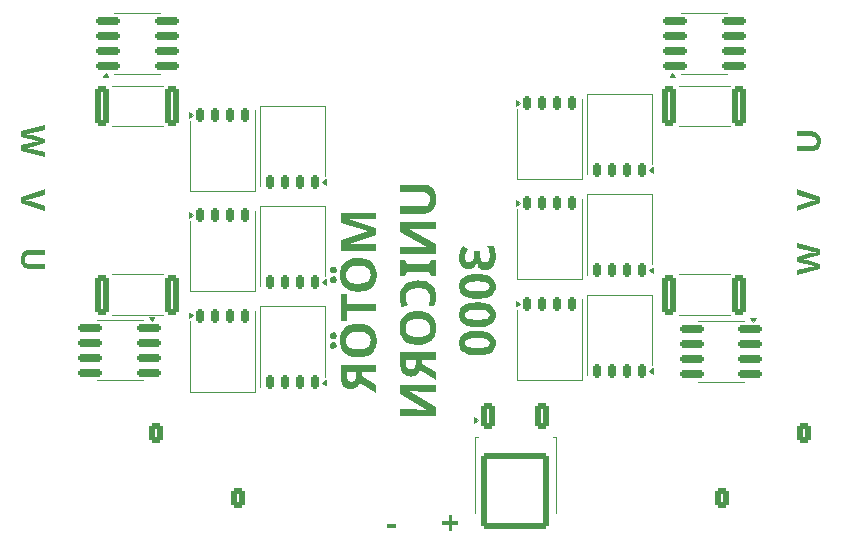
<source format=gbr>
%TF.GenerationSoftware,KiCad,Pcbnew,8.0.2*%
%TF.CreationDate,2024-05-05T14:41:11+02:00*%
%TF.ProjectId,motor_unicorn,6d6f746f-725f-4756-9e69-636f726e2e6b,rev?*%
%TF.SameCoordinates,Original*%
%TF.FileFunction,Legend,Bot*%
%TF.FilePolarity,Positive*%
%FSLAX46Y46*%
G04 Gerber Fmt 4.6, Leading zero omitted, Abs format (unit mm)*
G04 Created by KiCad (PCBNEW 8.0.2) date 2024-05-05 14:41:11*
%MOMM*%
%LPD*%
G01*
G04 APERTURE LIST*
G04 Aperture macros list*
%AMRoundRect*
0 Rectangle with rounded corners*
0 $1 Rounding radius*
0 $2 $3 $4 $5 $6 $7 $8 $9 X,Y pos of 4 corners*
0 Add a 4 corners polygon primitive as box body*
4,1,4,$2,$3,$4,$5,$6,$7,$8,$9,$2,$3,0*
0 Add four circle primitives for the rounded corners*
1,1,$1+$1,$2,$3*
1,1,$1+$1,$4,$5*
1,1,$1+$1,$6,$7*
1,1,$1+$1,$8,$9*
0 Add four rect primitives between the rounded corners*
20,1,$1+$1,$2,$3,$4,$5,0*
20,1,$1+$1,$4,$5,$6,$7,0*
20,1,$1+$1,$6,$7,$8,$9,0*
20,1,$1+$1,$8,$9,$2,$3,0*%
%AMFreePoly0*
4,1,9,2.350000,2.000000,2.100000,2.000000,2.100000,-1.100000,-2.100000,-1.100000,-2.100000,2.000000,-2.350000,2.000000,-2.350000,3.500000,2.350000,3.500000,2.350000,2.000000,2.350000,2.000000,$1*%
G04 Aperture macros list end*
%ADD10C,0.152400*%
%ADD11C,0.120000*%
%ADD12C,3.600000*%
%ADD13C,5.600000*%
%ADD14C,0.650000*%
%ADD15O,1.000000X2.100000*%
%ADD16O,1.000000X1.600000*%
%ADD17RoundRect,0.250000X0.350000X0.625000X-0.350000X0.625000X-0.350000X-0.625000X0.350000X-0.625000X0*%
%ADD18O,1.200000X1.750000*%
%ADD19R,3.960000X1.980000*%
%ADD20O,3.960000X1.980000*%
%ADD21R,3.000000X3.000000*%
%ADD22C,3.000000*%
%ADD23RoundRect,0.175000X0.175000X0.400000X-0.175000X0.400000X-0.175000X-0.400000X0.175000X-0.400000X0*%
%ADD24FreePoly0,180.000000*%
%ADD25RoundRect,0.250000X0.362500X1.425000X-0.362500X1.425000X-0.362500X-1.425000X0.362500X-1.425000X0*%
%ADD26RoundRect,0.150000X-0.825000X-0.150000X0.825000X-0.150000X0.825000X0.150000X-0.825000X0.150000X0*%
%ADD27RoundRect,0.175000X-0.175000X-0.400000X0.175000X-0.400000X0.175000X0.400000X-0.175000X0.400000X0*%
%ADD28FreePoly0,0.000000*%
%ADD29RoundRect,0.250000X-0.362500X-1.425000X0.362500X-1.425000X0.362500X1.425000X-0.362500X1.425000X0*%
%ADD30R,0.350000X1.000000*%
%ADD31RoundRect,0.150000X0.825000X0.150000X-0.825000X0.150000X-0.825000X-0.150000X0.825000X-0.150000X0*%
%ADD32RoundRect,0.250000X-0.350000X0.850000X-0.350000X-0.850000X0.350000X-0.850000X0.350000X0.850000X0*%
%ADD33RoundRect,0.249997X-2.650003X2.950003X-2.650003X-2.950003X2.650003X-2.950003X2.650003X2.950003X0*%
G04 APERTURE END LIST*
D10*
G36*
X-2133636Y-19236001D02*
G01*
X-2133636Y-18898946D01*
X-2867342Y-18898946D01*
X-2867342Y-19236001D01*
X-2133636Y-19236001D01*
G37*
G36*
X33126092Y12679344D02*
G01*
X33227361Y12685022D01*
X33323562Y12702058D01*
X33425730Y12734799D01*
X33500760Y12770202D01*
X33589168Y12828651D01*
X33666448Y12901784D01*
X33732600Y12989600D01*
X33764542Y13044731D01*
X33806857Y13142397D01*
X33833966Y13237823D01*
X33851817Y13342553D01*
X33860413Y13456585D01*
X33861263Y13508304D01*
X33856301Y13627782D01*
X33841418Y13738007D01*
X33816612Y13838976D01*
X33781884Y13930691D01*
X33727112Y14028533D01*
X33658053Y14113049D01*
X33577080Y14183437D01*
X33486938Y14239262D01*
X33387624Y14280523D01*
X33279140Y14307222D01*
X33181732Y14318347D01*
X33120230Y14320167D01*
X31829162Y14320167D01*
X31829162Y13897138D01*
X33069916Y13897138D01*
X33172254Y13892323D01*
X33271867Y13875028D01*
X33370365Y13835720D01*
X33422114Y13796510D01*
X33480239Y13715727D01*
X33512144Y13622151D01*
X33523809Y13521537D01*
X33524207Y13497069D01*
X33515475Y13389293D01*
X33485288Y13290661D01*
X33427178Y13207841D01*
X33413810Y13195673D01*
X33322799Y13142275D01*
X33226353Y13115073D01*
X33124016Y13103349D01*
X33066985Y13101884D01*
X31829162Y13101884D01*
X31829162Y12679344D01*
X33126092Y12679344D01*
G37*
G36*
X-31829162Y14854571D02*
G01*
X-33830000Y14345080D01*
X-33830000Y13863433D01*
X-32792456Y13591835D01*
X-32701109Y13570830D01*
X-32603473Y13550131D01*
X-32568241Y13542498D01*
X-32468551Y13522749D01*
X-32431465Y13516120D01*
X-32334979Y13500206D01*
X-32330348Y13499511D01*
X-32427433Y13484664D01*
X-32431465Y13483880D01*
X-32527886Y13464866D01*
X-32567264Y13457013D01*
X-32664343Y13437099D01*
X-32700132Y13429169D01*
X-32795387Y13406699D01*
X-33830000Y13138032D01*
X-33830000Y12656385D01*
X-31829162Y12146895D01*
X-31829162Y12564061D01*
X-32925324Y12819051D01*
X-33024680Y12842112D01*
X-33088478Y12855199D01*
X-33186786Y12874005D01*
X-33285338Y12891347D01*
X-33386060Y12907799D01*
X-33450935Y12916748D01*
X-33352703Y12930372D01*
X-33283872Y12941661D01*
X-33182243Y12960102D01*
X-33095317Y12976832D01*
X-32997162Y12998127D01*
X-32953656Y13009072D01*
X-31829162Y13300698D01*
X-31829162Y13700767D01*
X-32953656Y13991905D01*
X-33050285Y14015352D01*
X-33093852Y14024145D01*
X-33194119Y14043316D01*
X-33285338Y14059316D01*
X-33386060Y14075528D01*
X-33450935Y14084717D01*
X-33352703Y14098341D01*
X-33283872Y14109630D01*
X-33186420Y14127704D01*
X-33088478Y14147732D01*
X-32988289Y14169044D01*
X-32925324Y14182414D01*
X-31829162Y14437404D01*
X-31829162Y14854571D01*
G37*
G36*
X-31829162Y9410537D02*
G01*
X-33830000Y8730077D01*
X-33830000Y8267969D01*
X-31829162Y7590440D01*
X-31829162Y8018841D01*
X-33023510Y8393998D01*
X-33117383Y8421140D01*
X-33137327Y8426239D01*
X-33233377Y8450333D01*
X-33311716Y8469714D01*
X-33409450Y8491403D01*
X-33464612Y8500488D01*
X-33365688Y8517910D01*
X-33311716Y8529797D01*
X-33211579Y8553892D01*
X-33137327Y8573273D01*
X-33042164Y8599010D01*
X-33023510Y8604047D01*
X-31829162Y8982135D01*
X-31829162Y9410537D01*
G37*
G36*
X31829162Y7589462D02*
G01*
X33830000Y8269922D01*
X33830000Y8732030D01*
X31829162Y9409560D01*
X31829162Y8981158D01*
X33023510Y8606001D01*
X33117383Y8578859D01*
X33137327Y8573760D01*
X33233377Y8549666D01*
X33311716Y8530285D01*
X33409450Y8508596D01*
X33464612Y8499511D01*
X33365688Y8482089D01*
X33311716Y8470202D01*
X33211579Y8446107D01*
X33137327Y8426726D01*
X33042164Y8400989D01*
X33023510Y8395952D01*
X31829162Y8017864D01*
X31829162Y7589462D01*
G37*
G36*
X2351011Y-18673265D02*
G01*
X1821981Y-18673265D01*
X1821981Y-18985896D01*
X2351011Y-18985896D01*
X2351011Y-19517369D01*
X2650453Y-19517369D01*
X2650453Y-18985896D01*
X3179971Y-18985896D01*
X3179971Y-18673265D01*
X2650453Y-18673265D01*
X2650453Y-18141793D01*
X2351011Y-18141793D01*
X2351011Y-18673265D01*
G37*
G36*
X31829162Y2145428D02*
G01*
X33830000Y2654919D01*
X33830000Y3136566D01*
X32792456Y3408164D01*
X32701109Y3429169D01*
X32603473Y3449868D01*
X32568241Y3457501D01*
X32468551Y3477250D01*
X32431465Y3483879D01*
X32334979Y3499793D01*
X32330348Y3500488D01*
X32427433Y3515335D01*
X32431465Y3516119D01*
X32527886Y3535133D01*
X32567264Y3542986D01*
X32664343Y3562900D01*
X32700132Y3570830D01*
X32795387Y3593300D01*
X33830000Y3861967D01*
X33830000Y4343614D01*
X31829162Y4853105D01*
X31829162Y4435938D01*
X32925324Y4180948D01*
X33024680Y4157887D01*
X33088478Y4144800D01*
X33186786Y4125994D01*
X33285338Y4108652D01*
X33386060Y4092200D01*
X33450935Y4083251D01*
X33352703Y4069627D01*
X33283872Y4058338D01*
X33182243Y4039897D01*
X33095317Y4023167D01*
X32997162Y4001872D01*
X32953656Y3990927D01*
X31829162Y3699301D01*
X31829162Y3299232D01*
X32953656Y3008094D01*
X33050285Y2984647D01*
X33093852Y2975854D01*
X33194119Y2956683D01*
X33285338Y2940683D01*
X33386060Y2924471D01*
X33450935Y2915282D01*
X33352703Y2901658D01*
X33283872Y2890369D01*
X33186420Y2872295D01*
X33088478Y2852267D01*
X32988289Y2830955D01*
X32925324Y2817585D01*
X31829162Y2562595D01*
X31829162Y2145428D01*
G37*
G36*
X-33126092Y4320655D02*
G01*
X-33227361Y4314977D01*
X-33323562Y4297941D01*
X-33425730Y4265200D01*
X-33500760Y4229797D01*
X-33589168Y4171348D01*
X-33666448Y4098215D01*
X-33732600Y4010399D01*
X-33764542Y3955268D01*
X-33806857Y3857602D01*
X-33833966Y3762176D01*
X-33851817Y3657446D01*
X-33860413Y3543414D01*
X-33861263Y3491695D01*
X-33856301Y3372217D01*
X-33841418Y3261992D01*
X-33816612Y3161023D01*
X-33781884Y3069308D01*
X-33727112Y2971466D01*
X-33658053Y2886950D01*
X-33577080Y2816562D01*
X-33486938Y2760737D01*
X-33387624Y2719476D01*
X-33279140Y2692777D01*
X-33181732Y2681652D01*
X-33120230Y2679832D01*
X-31829162Y2679832D01*
X-31829162Y3102861D01*
X-33069916Y3102861D01*
X-33172254Y3107676D01*
X-33271867Y3124971D01*
X-33370365Y3164279D01*
X-33422114Y3203489D01*
X-33480239Y3284272D01*
X-33512144Y3377848D01*
X-33523809Y3478462D01*
X-33524207Y3502930D01*
X-33515475Y3610706D01*
X-33485288Y3709338D01*
X-33427178Y3792158D01*
X-33413810Y3804326D01*
X-33322799Y3857724D01*
X-33226353Y3884926D01*
X-33124016Y3896650D01*
X-33066985Y3898115D01*
X-31829162Y3898115D01*
X-31829162Y4320655D01*
X-33126092Y4320655D01*
G37*
G36*
X-3795000Y6170306D02*
G01*
X-6147058Y6892777D01*
X-6147058Y6909630D01*
X-6000488Y6902282D01*
X-5895000Y6897173D01*
X-5743691Y6889620D01*
X-5595153Y6882857D01*
X-5535963Y6880320D01*
X-5386504Y6874627D01*
X-5238802Y6871742D01*
X-5189382Y6871528D01*
X-3795000Y6871528D01*
X-3795000Y7438660D01*
X-6796256Y7438660D01*
X-6796256Y6573307D01*
X-4491824Y5864026D01*
X-4491824Y5850837D01*
X-6796256Y5099057D01*
X-6796256Y4234438D01*
X-3795000Y4234438D01*
X-3795000Y4826482D01*
X-5198175Y4826482D01*
X-5349849Y4825017D01*
X-5499395Y4821330D01*
X-5522041Y4820620D01*
X-5678178Y4814850D01*
X-5827302Y4809080D01*
X-5868621Y4807431D01*
X-6020056Y4801252D01*
X-6115551Y4797173D01*
X-6115551Y4814026D01*
X-3795000Y5586322D01*
X-3795000Y6170306D01*
G37*
G36*
X-5273120Y3613667D02*
G01*
X-5103344Y3606489D01*
X-4941863Y3588542D01*
X-4788677Y3559829D01*
X-4643786Y3520347D01*
X-4485230Y3460676D01*
X-4400279Y3419666D01*
X-4263296Y3335667D01*
X-4141179Y3236101D01*
X-4033929Y3120966D01*
X-3941545Y2990265D01*
X-3918121Y2949942D01*
X-3848036Y2798353D01*
X-3802699Y2655471D01*
X-3770963Y2500636D01*
X-3752828Y2333849D01*
X-3748105Y2185729D01*
X-3748294Y2155172D01*
X-3757361Y1979077D01*
X-3780030Y1815398D01*
X-3816300Y1664135D01*
X-3866171Y1525289D01*
X-3941545Y1378995D01*
X-3992481Y1302756D01*
X-4093135Y1181516D01*
X-4208444Y1075774D01*
X-4338410Y985529D01*
X-4483032Y910781D01*
X-4504856Y901359D01*
X-4664199Y843782D01*
X-4809932Y806095D01*
X-4964114Y779176D01*
X-5126745Y763025D01*
X-5297826Y757641D01*
X-5326926Y757790D01*
X-5496598Y764969D01*
X-5657822Y782915D01*
X-5810595Y811629D01*
X-5954920Y851110D01*
X-6112620Y910781D01*
X-6197010Y951596D01*
X-6332956Y1035200D01*
X-6453965Y1134300D01*
X-6560039Y1248899D01*
X-6651175Y1378995D01*
X-6674422Y1419051D01*
X-6743976Y1569844D01*
X-6788970Y1712211D01*
X-6820466Y1866685D01*
X-6838463Y2033266D01*
X-6843150Y2181332D01*
X-6337568Y2181332D01*
X-6337297Y2156366D01*
X-6320257Y1993983D01*
X-6268325Y1834935D01*
X-6181771Y1704189D01*
X-6060596Y1601744D01*
X-6043124Y1590880D01*
X-5909196Y1524487D01*
X-5754932Y1474994D01*
X-5606521Y1446023D01*
X-5443168Y1429468D01*
X-5295628Y1425156D01*
X-5121215Y1431365D01*
X-4961229Y1449989D01*
X-4815667Y1481030D01*
X-4664079Y1532937D01*
X-4532124Y1601744D01*
X-4498407Y1624719D01*
X-4385292Y1734651D01*
X-4306982Y1873435D01*
X-4267011Y2018537D01*
X-4253688Y2185729D01*
X-4253959Y2210429D01*
X-4271090Y2371430D01*
X-4323297Y2529928D01*
X-4410308Y2661224D01*
X-4532124Y2765317D01*
X-4664079Y2835552D01*
X-4815667Y2888536D01*
X-4961229Y2920220D01*
X-5121215Y2939231D01*
X-5295628Y2945568D01*
X-5471431Y2939231D01*
X-5632293Y2920220D01*
X-5778215Y2888536D01*
X-5929574Y2835552D01*
X-6060596Y2765317D01*
X-6094136Y2741827D01*
X-6206655Y2630521D01*
X-6284553Y2491463D01*
X-6324314Y2347021D01*
X-6337568Y2181332D01*
X-6843150Y2181332D01*
X-6842963Y2211891D01*
X-6833964Y2388089D01*
X-6811467Y2552026D01*
X-6775472Y2703700D01*
X-6725978Y2843114D01*
X-6651175Y2990265D01*
X-6600961Y3066858D01*
X-6501514Y3188664D01*
X-6387342Y3294902D01*
X-6258443Y3385573D01*
X-6114818Y3460676D01*
X-6093129Y3470098D01*
X-5934613Y3527675D01*
X-5789421Y3565362D01*
X-5635625Y3592281D01*
X-5473225Y3608433D01*
X-5302222Y3613817D01*
X-5273120Y3613667D01*
G37*
G36*
X-7322386Y2055206D02*
G01*
X-7193394Y1979832D01*
X-7154181Y1917485D01*
X-7124518Y1773935D01*
X-7131244Y1703353D01*
X-7193394Y1570237D01*
X-7255253Y1517549D01*
X-7403688Y1483775D01*
X-7489411Y1492218D01*
X-7620575Y1570237D01*
X-7655738Y1626966D01*
X-7687254Y1773935D01*
X-7681979Y1839398D01*
X-7620575Y1979832D01*
X-7552613Y2033915D01*
X-7403688Y2063363D01*
X-7322386Y2055206D01*
G37*
G36*
X-7322386Y2882456D02*
G01*
X-7193394Y2807082D01*
X-7157073Y2751198D01*
X-7124518Y2605582D01*
X-7131244Y2535000D01*
X-7193394Y2401884D01*
X-7255253Y2349196D01*
X-7403688Y2315422D01*
X-7489411Y2323865D01*
X-7620575Y2401884D01*
X-7655738Y2458613D01*
X-7687254Y2605582D01*
X-7681979Y2668919D01*
X-7620575Y2807082D01*
X-7552613Y2861166D01*
X-7403688Y2890614D01*
X-7322386Y2882456D01*
G37*
G36*
X-3795000Y-890997D02*
G01*
X-3795000Y-257187D01*
X-6290673Y-257187D01*
X-6290673Y557606D01*
X-6796256Y557606D01*
X-6796256Y-1705792D01*
X-6290673Y-1705792D01*
X-6290673Y-890997D01*
X-3795000Y-890997D01*
G37*
G36*
X-5273120Y-1949207D02*
G01*
X-5103344Y-1956386D01*
X-4941863Y-1974332D01*
X-4788677Y-2003045D01*
X-4643786Y-2042527D01*
X-4485230Y-2102198D01*
X-4400279Y-2143208D01*
X-4263296Y-2227207D01*
X-4141179Y-2326773D01*
X-4033929Y-2441908D01*
X-3941545Y-2572609D01*
X-3918121Y-2612932D01*
X-3848036Y-2764521D01*
X-3802699Y-2907403D01*
X-3770963Y-3062238D01*
X-3752828Y-3229025D01*
X-3748105Y-3377145D01*
X-3748294Y-3407702D01*
X-3757361Y-3583797D01*
X-3780030Y-3747476D01*
X-3816300Y-3898739D01*
X-3866171Y-4037585D01*
X-3941545Y-4183880D01*
X-3992481Y-4260118D01*
X-4093135Y-4381358D01*
X-4208444Y-4487100D01*
X-4338410Y-4577345D01*
X-4483032Y-4652093D01*
X-4504856Y-4661515D01*
X-4664199Y-4719092D01*
X-4809932Y-4756779D01*
X-4964114Y-4783698D01*
X-5126745Y-4799850D01*
X-5297826Y-4805233D01*
X-5326926Y-4805084D01*
X-5496598Y-4797905D01*
X-5657822Y-4779959D01*
X-5810595Y-4751245D01*
X-5954920Y-4711764D01*
X-6112620Y-4652093D01*
X-6197010Y-4611278D01*
X-6332956Y-4527674D01*
X-6453965Y-4428574D01*
X-6560039Y-4313975D01*
X-6651175Y-4183880D01*
X-6674422Y-4143823D01*
X-6743976Y-3993030D01*
X-6788970Y-3850663D01*
X-6820466Y-3696189D01*
X-6838463Y-3529608D01*
X-6843150Y-3381542D01*
X-6337568Y-3381542D01*
X-6337297Y-3406508D01*
X-6320257Y-3568891D01*
X-6268325Y-3727939D01*
X-6181771Y-3858685D01*
X-6060596Y-3961130D01*
X-6043124Y-3971994D01*
X-5909196Y-4038387D01*
X-5754932Y-4087880D01*
X-5606521Y-4116851D01*
X-5443168Y-4133406D01*
X-5295628Y-4137718D01*
X-5121215Y-4131509D01*
X-4961229Y-4112885D01*
X-4815667Y-4081844D01*
X-4664079Y-4029937D01*
X-4532124Y-3961130D01*
X-4498407Y-3938155D01*
X-4385292Y-3828223D01*
X-4306982Y-3689439D01*
X-4267011Y-3544337D01*
X-4253688Y-3377145D01*
X-4253959Y-3352445D01*
X-4271090Y-3191445D01*
X-4323297Y-3032946D01*
X-4410308Y-2901650D01*
X-4532124Y-2797557D01*
X-4664079Y-2727323D01*
X-4815667Y-2674339D01*
X-4961229Y-2642654D01*
X-5121215Y-2623643D01*
X-5295628Y-2617306D01*
X-5471431Y-2623643D01*
X-5632293Y-2642654D01*
X-5778215Y-2674339D01*
X-5929574Y-2727323D01*
X-6060596Y-2797557D01*
X-6094136Y-2821047D01*
X-6206655Y-2932353D01*
X-6284553Y-3071412D01*
X-6324314Y-3215853D01*
X-6337568Y-3381542D01*
X-6843150Y-3381542D01*
X-6842963Y-3350983D01*
X-6833964Y-3174785D01*
X-6811467Y-3010848D01*
X-6775472Y-2859174D01*
X-6725978Y-2719761D01*
X-6651175Y-2572609D01*
X-6600961Y-2496016D01*
X-6501514Y-2374210D01*
X-6387342Y-2267972D01*
X-6258443Y-2177301D01*
X-6114818Y-2102198D01*
X-6093129Y-2092776D01*
X-5934613Y-2035199D01*
X-5789421Y-1997512D01*
X-5635625Y-1970593D01*
X-5473225Y-1954441D01*
X-5302222Y-1949058D01*
X-5273120Y-1949207D01*
G37*
G36*
X-7322386Y-3507668D02*
G01*
X-7193394Y-3583042D01*
X-7154181Y-3645389D01*
X-7124518Y-3788939D01*
X-7131244Y-3859521D01*
X-7193394Y-3992637D01*
X-7255253Y-4045325D01*
X-7403688Y-4079099D01*
X-7489411Y-4070656D01*
X-7620575Y-3992637D01*
X-7655738Y-3935908D01*
X-7687254Y-3788939D01*
X-7681979Y-3723476D01*
X-7620575Y-3583042D01*
X-7552613Y-3528959D01*
X-7403688Y-3499511D01*
X-7322386Y-3507668D01*
G37*
G36*
X-7322386Y-2680418D02*
G01*
X-7193394Y-2755792D01*
X-7157073Y-2811676D01*
X-7124518Y-2957292D01*
X-7131244Y-3027874D01*
X-7193394Y-3160991D01*
X-7255253Y-3213678D01*
X-7403688Y-3247452D01*
X-7489411Y-3239009D01*
X-7620575Y-3160991D01*
X-7655738Y-3104261D01*
X-7687254Y-2957292D01*
X-7681979Y-2893955D01*
X-7620575Y-2755792D01*
X-7552613Y-2701709D01*
X-7403688Y-2672261D01*
X-7322386Y-2680418D01*
G37*
G36*
X-3795000Y-6058932D02*
G01*
X-4967365Y-6058932D01*
X-4967365Y-6399651D01*
X-3795000Y-7113328D01*
X-3795000Y-7818946D01*
X-5118307Y-6936741D01*
X-5126797Y-6955076D01*
X-5200320Y-7087847D01*
X-5291231Y-7212247D01*
X-5304689Y-7228078D01*
X-5416938Y-7334219D01*
X-5549152Y-7418143D01*
X-5598031Y-7440519D01*
X-5748218Y-7482994D01*
X-5905258Y-7495813D01*
X-6040251Y-7488675D01*
X-6187461Y-7461266D01*
X-6338824Y-7403308D01*
X-6468239Y-7317371D01*
X-6575704Y-7203454D01*
X-6650657Y-7082786D01*
X-6710103Y-6939500D01*
X-6754041Y-6773597D01*
X-6778810Y-6618067D01*
X-6792809Y-6446832D01*
X-6796256Y-6298534D01*
X-6796256Y-6252372D01*
X-6290673Y-6252372D01*
X-6283428Y-6414029D01*
X-6258383Y-6562922D01*
X-6199082Y-6708129D01*
X-6174410Y-6742133D01*
X-6047016Y-6829266D01*
X-5892069Y-6853210D01*
X-5854077Y-6852005D01*
X-5700284Y-6814539D01*
X-5578461Y-6716189D01*
X-5510145Y-6575949D01*
X-5481294Y-6427915D01*
X-5472948Y-6264829D01*
X-5472948Y-6058932D01*
X-6290673Y-6058932D01*
X-6290673Y-6252372D01*
X-6796256Y-6252372D01*
X-6796256Y-5425122D01*
X-3795000Y-5425122D01*
X-3795000Y-6058932D01*
G37*
G36*
X189138Y7350732D02*
G01*
X341041Y7359249D01*
X485343Y7384803D01*
X638596Y7433915D01*
X751140Y7487019D01*
X883753Y7574693D01*
X999673Y7684392D01*
X1098900Y7816116D01*
X1146814Y7898812D01*
X1210286Y8045312D01*
X1250949Y8188451D01*
X1277726Y8345545D01*
X1290619Y8516594D01*
X1291894Y8594172D01*
X1284452Y8773390D01*
X1262127Y8938726D01*
X1224918Y9090180D01*
X1172826Y9227753D01*
X1090669Y9374516D01*
X987079Y9501290D01*
X865621Y9606871D01*
X730407Y9690609D01*
X581437Y9752501D01*
X418711Y9792549D01*
X272598Y9809236D01*
X180345Y9811967D01*
X-1756256Y9811967D01*
X-1756256Y9177424D01*
X104874Y9177424D01*
X258381Y9170201D01*
X407801Y9144258D01*
X555548Y9085296D01*
X633171Y9026482D01*
X720359Y8905306D01*
X768216Y8764943D01*
X785713Y8614021D01*
X786311Y8577319D01*
X773212Y8415656D01*
X727932Y8267708D01*
X640768Y8143478D01*
X620715Y8125226D01*
X484198Y8045129D01*
X339530Y8004325D01*
X186024Y7986740D01*
X100478Y7984542D01*
X-1756256Y7984542D01*
X-1756256Y7350732D01*
X189138Y7350732D01*
G37*
G36*
X1245000Y3958198D02*
G01*
X1245000Y4764200D01*
X-995683Y6070655D01*
X-995683Y6087508D01*
X-836864Y6080707D01*
X-678046Y6073494D01*
X-572166Y6068457D01*
X-413794Y6060969D01*
X-255215Y6053894D01*
X-149382Y6049406D01*
X1245000Y6049406D01*
X1245000Y6616538D01*
X-1756256Y6616538D01*
X-1756256Y5814200D01*
X502013Y4512141D01*
X502013Y4499685D01*
X344362Y4503600D01*
X187947Y4508752D01*
X84357Y4512874D01*
X-71060Y4518919D01*
X-226273Y4524964D01*
X-329633Y4528994D01*
X-1756256Y4528994D01*
X-1756256Y3958198D01*
X1245000Y3958198D01*
G37*
G36*
X1245000Y2080948D02*
G01*
X1245000Y3446021D01*
X888161Y3446021D01*
X722564Y3080390D01*
X-1194986Y3080390D01*
X-1362048Y3446021D01*
X-1756256Y3446021D01*
X-1756256Y2080948D01*
X-1362048Y2080948D01*
X-1194986Y2445847D01*
X722564Y2445847D01*
X888161Y2080948D01*
X1245000Y2080948D01*
G37*
G36*
X-1297568Y296754D02*
G01*
X-1284104Y448478D01*
X-1235744Y601698D01*
X-1152213Y733395D01*
X-1033510Y843568D01*
X-1016200Y855826D01*
X-883464Y930914D01*
X-730813Y987559D01*
X-584119Y1021434D01*
X-422793Y1041758D01*
X-246835Y1048533D01*
X-98382Y1044186D01*
X65450Y1027494D01*
X213673Y998282D01*
X366870Y948379D01*
X498819Y881435D01*
X515935Y870480D01*
X634224Y767578D01*
X718717Y637656D01*
X769413Y480715D01*
X786047Y321227D01*
X786311Y296754D01*
X779298Y147090D01*
X758256Y-1846D01*
X743813Y-70342D01*
X703125Y-224257D01*
X655693Y-375348D01*
X623646Y-467481D01*
X1144616Y-467481D01*
X1195655Y-319722D01*
X1235566Y-173199D01*
X1255990Y-76204D01*
X1277869Y74920D01*
X1289054Y225038D01*
X1291894Y356105D01*
X1285145Y523545D01*
X1264898Y679650D01*
X1231152Y824421D01*
X1174722Y978996D01*
X1099919Y1118143D01*
X1008497Y1242037D01*
X902208Y1350855D01*
X781054Y1444597D01*
X645032Y1523261D01*
X560631Y1561443D01*
X402821Y1617117D01*
X258737Y1653954D01*
X106513Y1680744D01*
X-53851Y1697488D01*
X-222356Y1704186D01*
X-251231Y1704325D01*
X-418405Y1698555D01*
X-578108Y1681244D01*
X-730341Y1652393D01*
X-875104Y1612002D01*
X-1012396Y1560069D01*
X-1056500Y1540194D01*
X-1202439Y1461269D01*
X-1333792Y1368109D01*
X-1450559Y1260713D01*
X-1552740Y1139083D01*
X-1604581Y1063188D01*
X-1681953Y919573D01*
X-1740322Y762494D01*
X-1775226Y617139D01*
X-1796169Y461893D01*
X-1803150Y296754D01*
X-1796570Y143771D01*
X-1776829Y-9903D01*
X-1747463Y-150210D01*
X-1705006Y-302610D01*
X-1653198Y-450508D01*
X-1597986Y-581054D01*
X-1076284Y-375157D01*
X-1145046Y-238340D01*
X-1206068Y-100556D01*
X-1231622Y-36637D01*
X-1276702Y110844D01*
X-1296988Y266059D01*
X-1297568Y296754D01*
G37*
G36*
X-233120Y-886751D02*
G01*
X-63344Y-893930D01*
X98136Y-911876D01*
X251322Y-940590D01*
X396213Y-980071D01*
X554769Y-1039742D01*
X639720Y-1080752D01*
X776703Y-1164751D01*
X898820Y-1264318D01*
X1006070Y-1379452D01*
X1098454Y-1510154D01*
X1121878Y-1550477D01*
X1191963Y-1702066D01*
X1237300Y-1844948D01*
X1269036Y-1999782D01*
X1287171Y-2166570D01*
X1291894Y-2314690D01*
X1291705Y-2345246D01*
X1282638Y-2521341D01*
X1259969Y-2685020D01*
X1223699Y-2836283D01*
X1173828Y-2975129D01*
X1098454Y-3121424D01*
X1047518Y-3197662D01*
X946864Y-3318902D01*
X831555Y-3424645D01*
X701589Y-3514890D01*
X556967Y-3589637D01*
X535143Y-3599059D01*
X375800Y-3656636D01*
X230067Y-3694323D01*
X75885Y-3721242D01*
X-86745Y-3737394D01*
X-257826Y-3742778D01*
X-286926Y-3742628D01*
X-456598Y-3735450D01*
X-617822Y-3717503D01*
X-770595Y-3688790D01*
X-914920Y-3649308D01*
X-1072620Y-3589637D01*
X-1157010Y-3548822D01*
X-1292956Y-3465219D01*
X-1413965Y-3366118D01*
X-1520039Y-3251520D01*
X-1611175Y-3121424D01*
X-1634422Y-3081367D01*
X-1703976Y-2930574D01*
X-1748970Y-2788208D01*
X-1780466Y-2633734D01*
X-1798463Y-2467152D01*
X-1803150Y-2319086D01*
X-1297568Y-2319086D01*
X-1297297Y-2344052D01*
X-1280257Y-2506436D01*
X-1228325Y-2665483D01*
X-1141771Y-2796230D01*
X-1020596Y-2898674D01*
X-1003124Y-2909539D01*
X-869196Y-2975931D01*
X-714932Y-3025424D01*
X-566521Y-3054396D01*
X-403168Y-3070951D01*
X-255628Y-3075262D01*
X-81215Y-3069054D01*
X78770Y-3050429D01*
X224332Y-3019388D01*
X375920Y-2967481D01*
X507875Y-2898674D01*
X541592Y-2875699D01*
X654707Y-2765767D01*
X733017Y-2626984D01*
X772988Y-2481881D01*
X786311Y-2314690D01*
X786040Y-2289989D01*
X768909Y-2128989D01*
X716702Y-1970490D01*
X629691Y-1839195D01*
X507875Y-1735101D01*
X375920Y-1664867D01*
X224332Y-1611883D01*
X78770Y-1580198D01*
X-81215Y-1561187D01*
X-255628Y-1554850D01*
X-431431Y-1561187D01*
X-592293Y-1580198D01*
X-738215Y-1611883D01*
X-889574Y-1664867D01*
X-1020596Y-1735101D01*
X-1054136Y-1758592D01*
X-1166655Y-1869898D01*
X-1244553Y-2008956D01*
X-1284314Y-2153397D01*
X-1297568Y-2319086D01*
X-1803150Y-2319086D01*
X-1802963Y-2288528D01*
X-1793964Y-2112329D01*
X-1771467Y-1948393D01*
X-1735472Y-1796718D01*
X-1685978Y-1657305D01*
X-1611175Y-1510154D01*
X-1560961Y-1433561D01*
X-1461514Y-1311755D01*
X-1347342Y-1205516D01*
X-1218443Y-1114845D01*
X-1074818Y-1039742D01*
X-1053129Y-1030320D01*
X-894613Y-972743D01*
X-749421Y-935056D01*
X-595625Y-908137D01*
X-433225Y-891986D01*
X-262222Y-886602D01*
X-233120Y-886751D01*
G37*
G36*
X1245000Y-4996476D02*
G01*
X72634Y-4996476D01*
X72634Y-5337195D01*
X1245000Y-6050872D01*
X1245000Y-6756490D01*
X-78307Y-5874285D01*
X-86797Y-5892620D01*
X-160320Y-6025392D01*
X-251231Y-6149791D01*
X-264689Y-6165622D01*
X-376938Y-6271764D01*
X-509152Y-6355688D01*
X-558031Y-6378063D01*
X-708218Y-6420538D01*
X-865258Y-6433357D01*
X-1000251Y-6426219D01*
X-1147461Y-6398811D01*
X-1298824Y-6340853D01*
X-1428239Y-6254915D01*
X-1535704Y-6140998D01*
X-1610657Y-6020330D01*
X-1670103Y-5877044D01*
X-1714041Y-5711141D01*
X-1738810Y-5555612D01*
X-1752809Y-5384376D01*
X-1756256Y-5236078D01*
X-1756256Y-5189916D01*
X-1250673Y-5189916D01*
X-1243428Y-5351573D01*
X-1218383Y-5500466D01*
X-1159082Y-5645674D01*
X-1134410Y-5679677D01*
X-1007016Y-5766810D01*
X-852069Y-5790754D01*
X-814077Y-5789550D01*
X-660284Y-5752083D01*
X-538461Y-5653734D01*
X-470145Y-5513493D01*
X-441294Y-5365459D01*
X-432948Y-5202373D01*
X-432948Y-4996476D01*
X-1250673Y-4996476D01*
X-1250673Y-5189916D01*
X-1756256Y-5189916D01*
X-1756256Y-4362666D01*
X1245000Y-4362666D01*
X1245000Y-4996476D01*
G37*
G36*
X1245000Y-9790719D02*
G01*
X1245000Y-8984718D01*
X-995683Y-7678263D01*
X-995683Y-7661410D01*
X-836864Y-7668210D01*
X-678046Y-7675423D01*
X-572166Y-7680461D01*
X-413794Y-7687948D01*
X-255215Y-7695024D01*
X-149382Y-7699512D01*
X1245000Y-7699512D01*
X1245000Y-7132380D01*
X-1756256Y-7132380D01*
X-1756256Y-7934718D01*
X502013Y-9236776D01*
X502013Y-9249233D01*
X344362Y-9245317D01*
X187947Y-9240165D01*
X84357Y-9236043D01*
X-71060Y-9229998D01*
X-226273Y-9223953D01*
X-329633Y-9219923D01*
X-1756256Y-9219923D01*
X-1756256Y-9790719D01*
X1245000Y-9790719D01*
G37*
G36*
X3960052Y2654675D02*
G01*
X4109620Y2666352D01*
X4258835Y2707407D01*
X4387879Y2778022D01*
X4462704Y2841520D01*
X4558415Y2953460D01*
X4635347Y3079079D01*
X4693500Y3218376D01*
X4717693Y3301674D01*
X4730150Y3301674D01*
X4754838Y3151978D01*
X4798768Y3001334D01*
X4868223Y2857915D01*
X4947770Y2753593D01*
X5069486Y2655061D01*
X5214815Y2593022D01*
X5365801Y2568389D01*
X5420380Y2566747D01*
X5577416Y2579269D01*
X5724290Y2616836D01*
X5861004Y2679447D01*
X5887128Y2694975D01*
X6007756Y2788254D01*
X6111354Y2908725D01*
X6190032Y3040398D01*
X6213192Y3089183D01*
X6265124Y3232110D01*
X6302219Y3394181D01*
X6322505Y3551695D01*
X6330851Y3698373D01*
X6331894Y3775749D01*
X6327923Y3925354D01*
X6312673Y4097843D01*
X6285986Y4262655D01*
X6247861Y4419791D01*
X6198299Y4569251D01*
X6169228Y4641102D01*
X5634337Y4641102D01*
X5693535Y4506364D01*
X5742171Y4367124D01*
X5777219Y4236636D01*
X5807135Y4081698D01*
X5823243Y3935621D01*
X5826311Y3843160D01*
X5819122Y3685898D01*
X5793845Y3539414D01*
X5731832Y3394231D01*
X5711273Y3366887D01*
X5592522Y3273221D01*
X5449854Y3233212D01*
X5386674Y3229867D01*
X5241832Y3257005D01*
X5179312Y3292881D01*
X5086387Y3416295D01*
X5051817Y3513432D01*
X5023827Y3661868D01*
X5011288Y3819392D01*
X5008586Y3952337D01*
X5008586Y4179483D01*
X4503004Y4179483D01*
X4503004Y3947940D01*
X4497780Y3787785D01*
X4479968Y3641532D01*
X4449515Y3526622D01*
X4376459Y3392618D01*
X4302969Y3328785D01*
X4162863Y3281180D01*
X4090478Y3276028D01*
X3944848Y3300758D01*
X3834755Y3374947D01*
X3765512Y3506838D01*
X3743243Y3662557D01*
X3742431Y3704675D01*
X3753148Y3857208D01*
X3788943Y4004546D01*
X3818635Y4076168D01*
X3888906Y4213233D01*
X3967379Y4342881D01*
X3529940Y4636705D01*
X3448734Y4508532D01*
X3377398Y4365813D01*
X3321113Y4223446D01*
X3276677Y4066268D01*
X3250756Y3909756D01*
X3238906Y3758665D01*
X3236849Y3658513D01*
X3243521Y3491880D01*
X3263536Y3338745D01*
X3303752Y3177149D01*
X3362131Y3033925D01*
X3426625Y2925784D01*
X3530856Y2807174D01*
X3654504Y2722452D01*
X3797569Y2671619D01*
X3960052Y2654675D01*
G37*
G36*
X4831510Y2249230D02*
G01*
X5005161Y2243322D01*
X5169035Y2229537D01*
X5323131Y2207876D01*
X5467450Y2178338D01*
X5634099Y2130339D01*
X5785471Y2070032D01*
X5921566Y1997417D01*
X6017737Y1929869D01*
X6137950Y1811544D01*
X6229312Y1672818D01*
X6291823Y1513690D01*
X6321876Y1365499D01*
X6331894Y1203139D01*
X6331713Y1179159D01*
X6320308Y1019911D01*
X6285549Y856376D01*
X6227618Y712532D01*
X6146514Y588380D01*
X6134772Y574170D01*
X6029602Y469401D01*
X5904466Y380478D01*
X5759363Y307399D01*
X5616018Y256454D01*
X5572335Y243943D01*
X5410879Y206512D01*
X5261883Y182298D01*
X5103098Y165347D01*
X4934525Y155662D01*
X4786570Y153139D01*
X4741091Y153390D01*
X4565517Y159400D01*
X4400086Y173425D01*
X4244799Y195464D01*
X4099656Y225518D01*
X3932492Y274354D01*
X3781177Y335713D01*
X3645711Y409594D01*
X3549884Y478093D01*
X3430100Y597284D01*
X3339064Y736208D01*
X3276777Y894864D01*
X3246831Y1042150D01*
X3236849Y1203139D01*
X3742431Y1203139D01*
X3768120Y1070089D01*
X3866763Y947265D01*
X4005481Y875610D01*
X4152943Y835218D01*
X4308118Y809342D01*
X4460548Y794195D01*
X4630908Y785540D01*
X4786570Y783286D01*
X4943198Y785540D01*
X5114244Y794195D01*
X5266846Y809342D01*
X5421571Y835218D01*
X5567658Y875610D01*
X5692691Y938844D01*
X5795748Y1058319D01*
X5826311Y1203139D01*
X5800838Y1338150D01*
X5703018Y1461249D01*
X5565460Y1531402D01*
X5418960Y1569870D01*
X5264401Y1594514D01*
X5112331Y1608939D01*
X4942178Y1617183D01*
X4786570Y1619329D01*
X4630908Y1617183D01*
X4460548Y1608939D01*
X4308118Y1594514D01*
X4152943Y1569870D01*
X4005481Y1531402D01*
X3878323Y1469591D01*
X3773514Y1350030D01*
X3742431Y1203139D01*
X3236849Y1203139D01*
X3237030Y1226897D01*
X3248435Y1384948D01*
X3283194Y1547888D01*
X3341125Y1691961D01*
X3422229Y1817166D01*
X3433971Y1831465D01*
X3539141Y1936737D01*
X3664277Y2025798D01*
X3809380Y2098647D01*
X3952725Y2149092D01*
X3996425Y2161248D01*
X4158212Y2197617D01*
X4307826Y2221145D01*
X4467538Y2237614D01*
X4637348Y2247025D01*
X4786570Y2249476D01*
X4831510Y2249230D01*
G37*
G36*
X4831510Y-151188D02*
G01*
X5005161Y-157096D01*
X5169035Y-170880D01*
X5323131Y-192542D01*
X5467450Y-222080D01*
X5634099Y-270079D01*
X5785471Y-330386D01*
X5921566Y-403001D01*
X6017737Y-470549D01*
X6137950Y-588873D01*
X6229312Y-727599D01*
X6291823Y-886727D01*
X6321876Y-1034919D01*
X6331894Y-1197278D01*
X6331713Y-1221259D01*
X6320308Y-1380506D01*
X6285549Y-1544042D01*
X6227618Y-1687886D01*
X6146514Y-1812038D01*
X6134772Y-1826248D01*
X6029602Y-1931017D01*
X5904466Y-2019940D01*
X5759363Y-2093018D01*
X5616018Y-2143964D01*
X5572335Y-2156474D01*
X5410879Y-2193906D01*
X5261883Y-2218120D01*
X5103098Y-2235070D01*
X4934525Y-2244756D01*
X4786570Y-2247278D01*
X4741091Y-2247028D01*
X4565517Y-2241017D01*
X4400086Y-2226992D01*
X4244799Y-2204953D01*
X4099656Y-2174900D01*
X3932492Y-2126063D01*
X3781177Y-2064704D01*
X3645711Y-1990823D01*
X3549884Y-1922325D01*
X3430100Y-1803133D01*
X3339064Y-1664210D01*
X3276777Y-1505554D01*
X3246831Y-1358268D01*
X3236849Y-1197278D01*
X3742431Y-1197278D01*
X3768120Y-1330329D01*
X3866763Y-1453152D01*
X4005481Y-1524808D01*
X4152943Y-1565200D01*
X4308118Y-1591076D01*
X4460548Y-1606222D01*
X4630908Y-1614878D01*
X4786570Y-1617132D01*
X4943198Y-1614878D01*
X5114244Y-1606222D01*
X5266846Y-1591076D01*
X5421571Y-1565200D01*
X5567658Y-1524808D01*
X5692691Y-1461574D01*
X5795748Y-1342099D01*
X5826311Y-1197278D01*
X5800838Y-1062267D01*
X5703018Y-939169D01*
X5565460Y-869016D01*
X5418960Y-830548D01*
X5264401Y-805904D01*
X5112331Y-791478D01*
X4942178Y-783235D01*
X4786570Y-781089D01*
X4630908Y-783235D01*
X4460548Y-791478D01*
X4308118Y-805904D01*
X4152943Y-830548D01*
X4005481Y-869016D01*
X3878323Y-930827D01*
X3773514Y-1050388D01*
X3742431Y-1197278D01*
X3236849Y-1197278D01*
X3237030Y-1173520D01*
X3248435Y-1015470D01*
X3283194Y-852530D01*
X3341125Y-708457D01*
X3422229Y-583252D01*
X3433971Y-568953D01*
X3539141Y-463680D01*
X3664277Y-374620D01*
X3809380Y-301770D01*
X3952725Y-251326D01*
X3996425Y-239170D01*
X4158212Y-202800D01*
X4307826Y-179273D01*
X4467538Y-162804D01*
X4637348Y-153393D01*
X4786570Y-150942D01*
X4831510Y-151188D01*
G37*
G36*
X4831510Y-2551607D02*
G01*
X5005161Y-2557514D01*
X5169035Y-2571299D01*
X5323131Y-2592960D01*
X5467450Y-2622498D01*
X5634099Y-2670498D01*
X5785471Y-2730805D01*
X5921566Y-2803419D01*
X6017737Y-2870968D01*
X6137950Y-2989292D01*
X6229312Y-3128018D01*
X6291823Y-3287146D01*
X6321876Y-3435338D01*
X6331894Y-3597697D01*
X6331713Y-3621677D01*
X6320308Y-3780925D01*
X6285549Y-3944461D01*
X6227618Y-4088305D01*
X6146514Y-4212456D01*
X6134772Y-4226667D01*
X6029602Y-4331435D01*
X5904466Y-4420359D01*
X5759363Y-4493437D01*
X5616018Y-4544382D01*
X5572335Y-4556893D01*
X5410879Y-4594324D01*
X5261883Y-4618539D01*
X5103098Y-4635489D01*
X4934525Y-4645175D01*
X4786570Y-4647697D01*
X4741091Y-4647447D01*
X4565517Y-4641436D01*
X4400086Y-4627411D01*
X4244799Y-4605372D01*
X4099656Y-4575319D01*
X3932492Y-4526482D01*
X3781177Y-4465123D01*
X3645711Y-4391242D01*
X3549884Y-4322743D01*
X3430100Y-4203552D01*
X3339064Y-4064628D01*
X3276777Y-3905973D01*
X3246831Y-3758686D01*
X3236849Y-3597697D01*
X3742431Y-3597697D01*
X3768120Y-3730747D01*
X3866763Y-3853571D01*
X4005481Y-3925227D01*
X4152943Y-3965618D01*
X4308118Y-3991494D01*
X4460548Y-4006641D01*
X4630908Y-4015296D01*
X4786570Y-4017550D01*
X4943198Y-4015296D01*
X5114244Y-4006641D01*
X5266846Y-3991494D01*
X5421571Y-3965618D01*
X5567658Y-3925227D01*
X5692691Y-3861992D01*
X5795748Y-3742518D01*
X5826311Y-3597697D01*
X5800838Y-3462686D01*
X5703018Y-3339588D01*
X5565460Y-3269435D01*
X5418960Y-3230966D01*
X5264401Y-3206323D01*
X5112331Y-3191897D01*
X4942178Y-3183654D01*
X4786570Y-3181507D01*
X4630908Y-3183654D01*
X4460548Y-3191897D01*
X4308118Y-3206323D01*
X4152943Y-3230966D01*
X4005481Y-3269435D01*
X3878323Y-3331246D01*
X3773514Y-3450806D01*
X3742431Y-3597697D01*
X3236849Y-3597697D01*
X3237030Y-3573939D01*
X3248435Y-3415889D01*
X3283194Y-3252948D01*
X3341125Y-3108876D01*
X3422229Y-2983671D01*
X3433971Y-2969372D01*
X3539141Y-2864099D01*
X3664277Y-2775038D01*
X3809380Y-2702189D01*
X3952725Y-2651744D01*
X3996425Y-2639589D01*
X4158212Y-2603219D01*
X4307826Y-2579692D01*
X4467538Y-2563222D01*
X4637348Y-2553811D01*
X4786570Y-2551361D01*
X4831510Y-2551607D01*
G37*
D11*
%TO.C,Q4*%
X-19550000Y6730001D02*
X-19550000Y800001D01*
X-19550000Y800001D02*
X-14050000Y800001D01*
X-14050000Y800001D02*
X-14050000Y7600001D01*
X-19320000Y7240001D02*
X-19650000Y7000001D01*
X-19650000Y7480001D01*
X-19320000Y7240001D01*
G36*
X-19320000Y7240001D02*
G01*
X-19650000Y7000001D01*
X-19650000Y7480001D01*
X-19320000Y7240001D01*
G37*
%TO.C,R24*%
X21822936Y18210000D02*
X26177064Y18210000D01*
X21822936Y14790000D02*
X26177064Y14790000D01*
%TO.C,R15*%
X-26177064Y18210000D02*
X-21822936Y18210000D01*
X-26177064Y14790000D02*
X-21822936Y14790000D01*
%TO.C,U8*%
X-25950000Y24310000D02*
X-24000000Y24310000D01*
X-25950000Y19190000D02*
X-24000000Y19190000D01*
X-22050000Y24310000D02*
X-24000000Y24310000D01*
X-22050000Y19190000D02*
X-24000000Y19190000D01*
X-26460000Y18955000D02*
X-26940000Y18955000D01*
X-26700000Y19285000D01*
X-26460000Y18955000D01*
G36*
X-26460000Y18955000D02*
G01*
X-26940000Y18955000D01*
X-26700000Y19285000D01*
X-26460000Y18955000D01*
G37*
%TO.C,Q8*%
X-13650000Y-500000D02*
X-13650000Y-7300000D01*
X-8150000Y-500000D02*
X-13650000Y-500000D01*
X-8150000Y-6430000D02*
X-8150000Y-500000D01*
X-8050000Y-7180000D02*
X-8380000Y-6940000D01*
X-8050000Y-6700000D01*
X-8050000Y-7180000D01*
G36*
X-8050000Y-7180000D02*
G01*
X-8380000Y-6940000D01*
X-8050000Y-6700000D01*
X-8050000Y-7180000D01*
G37*
%TO.C,R25*%
X26177064Y2210000D02*
X21822936Y2210000D01*
X26177064Y-1210000D02*
X21822936Y-1210000D01*
%TO.C,Q11*%
X8150000Y16230000D02*
X8150000Y10300000D01*
X8150000Y10300000D02*
X13650000Y10300000D01*
X13650000Y10300000D02*
X13650000Y17100000D01*
X8380000Y16740000D02*
X8050000Y16500000D01*
X8050000Y16980000D01*
X8380000Y16740000D01*
G36*
X8380000Y16740000D02*
G01*
X8050000Y16500000D01*
X8050000Y16980000D01*
X8380000Y16740000D01*
G37*
%TO.C,U14*%
X22050000Y24310000D02*
X24000000Y24310000D01*
X22050000Y19190000D02*
X24000000Y19190000D01*
X25950000Y24310000D02*
X24000000Y24310000D01*
X25950000Y19190000D02*
X24000000Y19190000D01*
X21540000Y18955000D02*
X21060000Y18955000D01*
X21300000Y19285000D01*
X21540000Y18955000D01*
G36*
X21540000Y18955000D02*
G01*
X21060000Y18955000D01*
X21300000Y19285000D01*
X21540000Y18955000D01*
G37*
%TO.C,Q10*%
X-13650000Y8000000D02*
X-13650000Y1200000D01*
X-8150000Y8000000D02*
X-13650000Y8000000D01*
X-8150000Y2070000D02*
X-8150000Y8000000D01*
X-8050000Y1320000D02*
X-8380000Y1560000D01*
X-8050000Y1800000D01*
X-8050000Y1320000D01*
G36*
X-8050000Y1320000D02*
G01*
X-8380000Y1560000D01*
X-8050000Y1800000D01*
X-8050000Y1320000D01*
G37*
%TO.C,Q6*%
X14050000Y500000D02*
X14050000Y-6300000D01*
X19550000Y500000D02*
X14050000Y500000D01*
X19550000Y-5430000D02*
X19550000Y500000D01*
X19650000Y-6180000D02*
X19320000Y-5940000D01*
X19650000Y-5700000D01*
X19650000Y-6180000D01*
G36*
X19650000Y-6180000D02*
G01*
X19320000Y-5940000D01*
X19650000Y-5700000D01*
X19650000Y-6180000D01*
G37*
%TO.C,Q13*%
X8150000Y7730000D02*
X8150000Y1800000D01*
X8150000Y1800000D02*
X13650000Y1800000D01*
X13650000Y1800000D02*
X13650000Y8600000D01*
X8380000Y8240000D02*
X8050000Y8000000D01*
X8050000Y8480000D01*
X8380000Y8240000D01*
G36*
X8380000Y8240000D02*
G01*
X8050000Y8000000D01*
X8050000Y8480000D01*
X8380000Y8240000D01*
G37*
%TO.C,U7*%
X-27450000Y-1640000D02*
X-25500000Y-1640000D01*
X-27450000Y-6760000D02*
X-25500000Y-6760000D01*
X-23550000Y-1640000D02*
X-25500000Y-1640000D01*
X-23550000Y-6760000D02*
X-25500000Y-6760000D01*
X-22800000Y-1735000D02*
X-23040000Y-1405000D01*
X-22560000Y-1405000D01*
X-22800000Y-1735000D01*
G36*
X-22800000Y-1735000D02*
G01*
X-23040000Y-1405000D01*
X-22560000Y-1405000D01*
X-22800000Y-1735000D01*
G37*
%TO.C,U15*%
X23450000Y-1740000D02*
X25400000Y-1740000D01*
X23450000Y-6860000D02*
X25400000Y-6860000D01*
X27350000Y-1740000D02*
X25400000Y-1740000D01*
X27350000Y-6860000D02*
X25400000Y-6860000D01*
X28100000Y-1835000D02*
X27860000Y-1505000D01*
X28340000Y-1505000D01*
X28100000Y-1835000D01*
G36*
X28100000Y-1835000D02*
G01*
X27860000Y-1505000D01*
X28340000Y-1505000D01*
X28100000Y-1835000D01*
G37*
%TO.C,Q9*%
X-13650000Y16500000D02*
X-13650000Y9700000D01*
X-8150000Y16500000D02*
X-13650000Y16500000D01*
X-8150000Y10570000D02*
X-8150000Y16500000D01*
X-8050000Y9820000D02*
X-8380000Y10060000D01*
X-8050000Y10300000D01*
X-8050000Y9820000D01*
G36*
X-8050000Y9820000D02*
G01*
X-8380000Y10060000D01*
X-8050000Y10300000D01*
X-8050000Y9820000D01*
G37*
%TO.C,Q1*%
X4552500Y-11530000D02*
X4552500Y-17950000D01*
X4822500Y-11530000D02*
X4552500Y-11530000D01*
X11182500Y-11530000D02*
X11452500Y-11530000D01*
X11452500Y-11530000D02*
X11452500Y-17950000D01*
X4862500Y-10110000D02*
X4532500Y-10350000D01*
X4532500Y-9870000D01*
X4862500Y-10110000D01*
G36*
X4862500Y-10110000D02*
G01*
X4532500Y-10350000D01*
X4532500Y-9870000D01*
X4862500Y-10110000D01*
G37*
%TO.C,Q2*%
X-19550000Y-1769999D02*
X-19550000Y-7699999D01*
X-19550000Y-7699999D02*
X-14050000Y-7699999D01*
X-14050000Y-7699999D02*
X-14050000Y-899999D01*
X-19320000Y-1259999D02*
X-19650000Y-1499999D01*
X-19650000Y-1019999D01*
X-19320000Y-1259999D01*
G36*
X-19320000Y-1259999D02*
G01*
X-19650000Y-1499999D01*
X-19650000Y-1019999D01*
X-19320000Y-1259999D01*
G37*
%TO.C,Q5*%
X14050000Y17500000D02*
X14050000Y10700000D01*
X19550000Y17500000D02*
X14050000Y17500000D01*
X19550000Y11570000D02*
X19550000Y17500000D01*
X19650000Y10820000D02*
X19320000Y11060000D01*
X19650000Y11300000D01*
X19650000Y10820000D01*
G36*
X19650000Y10820000D02*
G01*
X19320000Y11060000D01*
X19650000Y11300000D01*
X19650000Y10820000D01*
G37*
%TO.C,Q12*%
X8150000Y-770000D02*
X8150000Y-6700000D01*
X8150000Y-6700000D02*
X13650000Y-6700000D01*
X13650000Y-6700000D02*
X13650000Y100000D01*
X8380000Y-260000D02*
X8050000Y-500000D01*
X8050000Y-20000D01*
X8380000Y-260000D01*
G36*
X8380000Y-260000D02*
G01*
X8050000Y-500000D01*
X8050000Y-20000D01*
X8380000Y-260000D01*
G37*
%TO.C,R14*%
X-21822936Y2210000D02*
X-26177064Y2210000D01*
X-21822936Y-1210000D02*
X-26177064Y-1210000D01*
%TO.C,Q3*%
X-19550000Y15230001D02*
X-19550000Y9300001D01*
X-19550000Y9300001D02*
X-14050000Y9300001D01*
X-14050000Y9300001D02*
X-14050000Y16100001D01*
X-19320000Y15740001D02*
X-19650000Y15500001D01*
X-19650000Y15980001D01*
X-19320000Y15740001D01*
G36*
X-19320000Y15740001D02*
G01*
X-19650000Y15500001D01*
X-19650000Y15980001D01*
X-19320000Y15740001D01*
G37*
%TO.C,Q7*%
X14050000Y9000000D02*
X14050000Y2200000D01*
X19550000Y9000000D02*
X14050000Y9000000D01*
X19550000Y3070000D02*
X19550000Y9000000D01*
X19650000Y2320000D02*
X19320000Y2560000D01*
X19650000Y2800000D01*
X19650000Y2320000D01*
G36*
X19650000Y2320000D02*
G01*
X19320000Y2560000D01*
X19650000Y2800000D01*
X19650000Y2320000D01*
G37*
%TD*%
%LPC*%
D12*
%TO.C,H1*%
X-31500000Y-16500000D03*
D13*
X-31500000Y-16500000D03*
%TD*%
D12*
%TO.C,H4*%
X-31500000Y21500000D03*
D13*
X-31500000Y21500000D03*
%TD*%
D14*
%TO.C,J2*%
X2890000Y18395000D03*
X-2890000Y18395000D03*
D15*
X4320000Y17895000D03*
D16*
X4320000Y22075000D03*
D15*
X-4320000Y17895000D03*
D16*
X-4320000Y22075000D03*
%TD*%
D12*
%TO.C,H3*%
X31500000Y21500000D03*
D13*
X31500000Y21500000D03*
%TD*%
D17*
%TO.C,J8*%
X32400000Y-11200000D03*
D18*
X30400000Y-11200000D03*
X28400000Y-11200000D03*
X26400000Y-11200000D03*
X24400000Y-11200000D03*
X22400000Y-11200000D03*
%TD*%
D17*
%TO.C,J9*%
X-15500000Y-16750000D03*
D18*
X-17500000Y-16750000D03*
X-19500000Y-16750000D03*
X-21500000Y-16750000D03*
X-23500000Y-16750000D03*
X-25500000Y-16750000D03*
%TD*%
D19*
%TO.C,J5*%
X-28500000Y3500000D03*
D20*
X-28500000Y8500000D03*
X-28500000Y13500000D03*
%TD*%
D17*
%TO.C,J7*%
X25500000Y-16750000D03*
D18*
X23500000Y-16750000D03*
X21500000Y-16750000D03*
X19500000Y-16750000D03*
X17500000Y-16750000D03*
X15500000Y-16750000D03*
%TD*%
D19*
%TO.C,J6*%
X28500000Y13500000D03*
D20*
X28500000Y8500000D03*
X28500000Y3500000D03*
%TD*%
D12*
%TO.C,H2*%
X31500000Y-16500000D03*
D13*
X31500000Y-16500000D03*
%TD*%
D21*
%TO.C,J11*%
X-2504000Y-16000000D03*
D22*
X2576000Y-16000000D03*
%TD*%
D17*
%TO.C,J10*%
X-22400000Y-11200000D03*
D18*
X-24400000Y-11200000D03*
X-26400000Y-11200000D03*
X-28400000Y-11200000D03*
X-30400000Y-11200000D03*
X-32400000Y-11200000D03*
%TD*%
D23*
%TO.C,Q4*%
X-16165000Y7225001D03*
X-17435000Y7225001D03*
X-18705000Y7225001D03*
X-14895000Y7225001D03*
D24*
X-16800000Y4500001D03*
%TD*%
D25*
%TO.C,R24*%
X26962500Y16500000D03*
X21037500Y16500000D03*
%TD*%
%TO.C,R15*%
X-21037500Y16500000D03*
X-26962500Y16500000D03*
%TD*%
D26*
%TO.C,U8*%
X-26475000Y19845000D03*
X-26475000Y21115000D03*
X-26475000Y22385000D03*
X-26475000Y23655000D03*
X-21525000Y23655000D03*
X-21525000Y22385000D03*
X-21525000Y21115000D03*
X-21525000Y19845000D03*
%TD*%
D27*
%TO.C,Q8*%
X-11535000Y-6925000D03*
X-10265000Y-6925000D03*
X-8995000Y-6925000D03*
X-12805000Y-6925000D03*
D28*
X-10900000Y-4200000D03*
%TD*%
D29*
%TO.C,R25*%
X21037500Y500000D03*
X26962500Y500000D03*
%TD*%
D23*
%TO.C,Q11*%
X11535000Y16725000D03*
X10265000Y16725000D03*
X8995000Y16725000D03*
X12805000Y16725000D03*
D24*
X10900000Y14000000D03*
%TD*%
D26*
%TO.C,U14*%
X21525000Y19845000D03*
X21525000Y21115000D03*
X21525000Y22385000D03*
X21525000Y23655000D03*
X26475000Y23655000D03*
X26475000Y22385000D03*
X26475000Y21115000D03*
X26475000Y19845000D03*
%TD*%
D27*
%TO.C,Q10*%
X-11535000Y1575000D03*
X-10265000Y1575000D03*
X-8995000Y1575000D03*
X-12805000Y1575000D03*
D28*
X-10900000Y4300000D03*
%TD*%
D27*
%TO.C,Q6*%
X16165000Y-5925000D03*
X17435000Y-5925000D03*
X18705000Y-5925000D03*
X14895000Y-5925000D03*
D28*
X16800000Y-3200000D03*
%TD*%
D23*
%TO.C,Q13*%
X11535000Y8225000D03*
X10265000Y8225000D03*
X8995000Y8225000D03*
X12805000Y8225000D03*
D24*
X10900000Y5500000D03*
%TD*%
D30*
%TO.C,U16*%
X-4875000Y15000000D03*
X-4225000Y15000000D03*
X-3575000Y15000000D03*
X-2925000Y15000000D03*
X-2275000Y15000000D03*
X-1625000Y15000000D03*
X-975000Y15000000D03*
X-325000Y15000000D03*
X325000Y15000000D03*
X975000Y15000000D03*
X1625000Y15000000D03*
X2275000Y15000000D03*
X2925000Y15000000D03*
X3575000Y15000000D03*
X4225000Y15000000D03*
X4875000Y15000000D03*
%TD*%
D31*
%TO.C,U7*%
X-23025000Y-2295000D03*
X-23025000Y-3565000D03*
X-23025000Y-4835000D03*
X-23025000Y-6105000D03*
X-27975000Y-6105000D03*
X-27975000Y-4835000D03*
X-27975000Y-3565000D03*
X-27975000Y-2295000D03*
%TD*%
%TO.C,U15*%
X27875000Y-2395000D03*
X27875000Y-3665000D03*
X27875000Y-4935000D03*
X27875000Y-6205000D03*
X22925000Y-6205000D03*
X22925000Y-4935000D03*
X22925000Y-3665000D03*
X22925000Y-2395000D03*
%TD*%
D27*
%TO.C,Q9*%
X-11535000Y10075000D03*
X-10265000Y10075000D03*
X-8995000Y10075000D03*
X-12805000Y10075000D03*
D28*
X-10900000Y12800000D03*
%TD*%
D32*
%TO.C,Q1*%
X5722500Y-9800000D03*
D33*
X8002500Y-16100000D03*
D32*
X10282500Y-9800000D03*
%TD*%
D23*
%TO.C,Q2*%
X-16165000Y-1274999D03*
X-17435000Y-1274999D03*
X-18705000Y-1274999D03*
X-14895000Y-1274999D03*
D24*
X-16800000Y-3999999D03*
%TD*%
D27*
%TO.C,Q5*%
X16165000Y11075000D03*
X17435000Y11075000D03*
X18705000Y11075000D03*
X14895000Y11075000D03*
D28*
X16800000Y13800000D03*
%TD*%
D23*
%TO.C,Q12*%
X11535000Y-275000D03*
X10265000Y-275000D03*
X8995000Y-275000D03*
X12805000Y-275000D03*
D24*
X10900000Y-3000000D03*
%TD*%
D29*
%TO.C,R14*%
X-26962500Y500000D03*
X-21037500Y500000D03*
%TD*%
D23*
%TO.C,Q3*%
X-16165000Y15725001D03*
X-17435000Y15725001D03*
X-18705000Y15725001D03*
X-14895000Y15725001D03*
D24*
X-16800000Y13000001D03*
%TD*%
D27*
%TO.C,Q7*%
X16165000Y2575000D03*
X17435000Y2575000D03*
X18705000Y2575000D03*
X14895000Y2575000D03*
D28*
X16800000Y5300000D03*
%TD*%
%LPD*%
M02*

</source>
